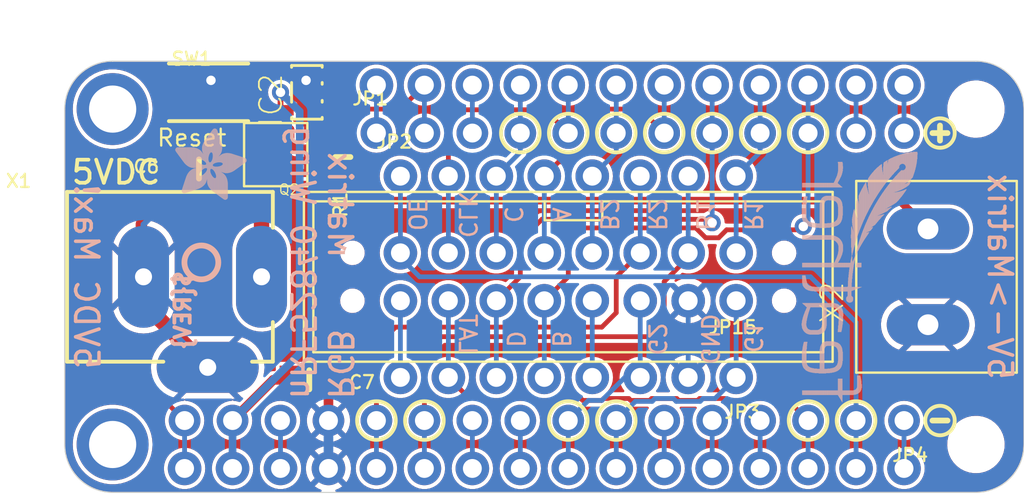
<source format=kicad_pcb>
(kicad_pcb (version 20221018) (generator pcbnew)
  (layers (0 "F.Cu" signal) (31 "B.Cu" signal) (34 "B.Paste" user) (35 "F.Paste" user) (36 "B.SilkS" user "B.Silkscreen") (37 "F.SilkS" user "F.Silkscreen") (38 "B.Mask" user) (39 "F.Mask" user) (44 "Edge.Cuts" user))
  (net 0 "")
  (net 1 "MISO")
  (net 2 "MOSI")
  (net 3 "SCK")
  (net 4 "RESET")
  (net 5 "VBAT")
  (net 6 "USB")
  (net 7 "SCL")
  (net 8 "SDA")
  (net 9 "GND")
  (net 10 "EN")
  (net 11 "G")
  (net 12 "AREF")
  (net 13 "R1")
  (net 14 "B1")
  (net 15 "R2")
  (net 16 "B2")
  (net 17 "ADDR_A")
  (net 18 "ADDR_C")
  (net 19 "LAT")
  (net 20 "G1")
  (net 21 "E'")
  (net 22 "E''")
  (net 23 "+5V")
  (net 24 "ADDR_B")
  (net 25 "CLK")
  (net 26 "OE")
  (net 27 "G2")
  (net 28 "ADDR_D")
  (net 29 "+3V3")
  (net 30 "VIN")
  (net 31 "A2")
  (net 32 "A3")
  (footprint "working:SOT23-5L" (layer "F.Cu") (at 135.9281 95.2246 90)
    (fp_text reference "IC2" (at -1.905 -1.905 90) (layer "F.SilkS") (effects (font (size 1.176528 1.176528) (thickness 0.093472)) (justify left)))
    (fp_text value "AP2112K-3.3")
    (pad "1" smd rect (at -0.95 1.3 90) (size 0.55 1.2) (layers "F.Cu" "F.Paste" "F.Mask") (net 23 "+5V"))
    (pad "2" smd rect (at 0 1.3 90) (size 0.55 1.2) (layers "F.Cu" "F.Paste" "F.Mask") (net 9 "GND"))
    (pad "3" smd rect (at 0.95 1.3 90) (size 0.55 1.2) (layers "F.Cu" "F.Paste" "F.Mask") (net 10 "EN"))
    (pad "4" smd rect (at 0.95 -1.3 90) (size 0.55 1.2) (layers "F.Cu" "F.Paste" "F.Mask"))
    (pad "5" smd rect (at -0.95 -1.3 90) (size 0.55 1.2) (layers "F.Cu" "F.Paste" "F.Mask") (net 29 "+3V3"))
  )
  (footprint "working:FIDUCIAL_1MM" (layer "F.Cu") (at 171.9961 110.0836)
    (fp_text reference "FID1" hide)
    (fp_text value "FIDUCIAL_1MM" hide)
    (pad "1" smd roundrect (at 0 0) (size 1 1) (layers "F.Cu" "F.Mask") (roundrect_rratio 0.5))
  )
  (footprint "" (layer "F.Cu") (at 161.2011 106.2736)
    (fp_text reference "@HOLE3" hide)
    (fp_text value "" (at 0 0) (layer "F.SilkS") (effects (font (size 1.27 1.27))))
    (pad "" np_thru_hole circle (at 0 0) (size 0.8 0.8) (drill 0.8) (layers "*.Cu" "*.Mask"))
  )
  (footprint "" (layer "F.Cu") (at 161.2011 103.7336)
    (fp_text reference "@HOLE2" hide)
    (fp_text value "" (at 0 0) (layer "F.SilkS") (effects (font (size 1.27 1.27))))
    (pad "" np_thru_hole circle (at 0 0) (size 0.8 0.8) (drill 0.8) (layers "*.Cu" "*.Mask"))
  )
  (footprint "working:TERMBLOCK_508_1X2" (layer "F.Cu") (at 168.8211 105.0036 90)
    (fp_text reference "X2" (at -2.54 -5.08 90) (layer "F.SilkS") (effects (font (size 1.176528 1.176528) (thickness 0.093472)) (justify left)))
    (fp_text value "5.08mm" hide)
    (pad "P$3" thru_hole oval (at -2.54 0 180) (size 4.3688 2.1844) (drill 1.1) (layers "*.Cu" "*.Mask") (net 9 "GND"))
    (pad "P$4" thru_hole oval (at 2.54 0 180) (size 4.3688 2.1844) (drill 1.1) (layers "*.Cu" "*.Mask") (net 23 "+5V"))
  )
  (footprint "working:SYMBOL_MINUS" (layer "F.Cu") (at 169.4561 112.6236)
    (fp_text reference "U$6" hide)
    (fp_text value "" hide)
  )
  (footprint "working:1X16_ROUND" (layer "F.Cu") (at 148.5011 112.6236 180)
    (fp_text reference "JP4" (at -20.3962 -1.8288) (layer "F.SilkS") (effects (font (size 0.692831 0.692831) (thickness 0.119969)) (justify right)))
    (fp_text value "")
    (pad "1" thru_hole circle (at -19.05 0 270) (size 1.6764 1.6764) (drill 1) (layers "*.Cu" "*.Mask") (net 11 "G"))
    (pad "2" thru_hole circle (at -16.51 0 270) (size 1.6764 1.6764) (drill 1) (layers "*.Cu" "*.Mask") (net 26 "OE"))
    (pad "3" thru_hole circle (at -13.97 0 270) (size 1.6764 1.6764) (drill 1) (layers "*.Cu" "*.Mask") (net 19 "LAT"))
    (pad "4" thru_hole circle (at -11.43 0 270) (size 1.6764 1.6764) (drill 1) (layers "*.Cu" "*.Mask") (net 1 "MISO"))
    (pad "5" thru_hole circle (at -8.89 0 270) (size 1.6764 1.6764) (drill 1) (layers "*.Cu" "*.Mask") (net 2 "MOSI"))
    (pad "6" thru_hole circle (at -6.35 0 270) (size 1.6764 1.6764) (drill 1) (layers "*.Cu" "*.Mask") (net 3 "SCK"))
    (pad "7" thru_hole circle (at -3.81 0 270) (size 1.6764 1.6764) (drill 1) (layers "*.Cu" "*.Mask") (net 20 "G1"))
    (pad "8" thru_hole circle (at -1.27 0 270) (size 1.6764 1.6764) (drill 1) (layers "*.Cu" "*.Mask") (net 27 "G2"))
    (pad "9" thru_hole circle (at 1.27 0 270) (size 1.6764 1.6764) (drill 1) (layers "*.Cu" "*.Mask") (net 32 "A3"))
    (pad "10" thru_hole circle (at 3.81 0 270) (size 1.6764 1.6764) (drill 1) (layers "*.Cu" "*.Mask") (net 31 "A2"))
    (pad "11" thru_hole circle (at 6.35 0 270) (size 1.6764 1.6764) (drill 1) (layers "*.Cu" "*.Mask") (net 14 "B1"))
    (pad "12" thru_hole circle (at 8.89 0 270) (size 1.6764 1.6764) (drill 1) (layers "*.Cu" "*.Mask") (net 15 "R2"))
    (pad "13" thru_hole circle (at 11.43 0 270) (size 1.6764 1.6764) (drill 1) (layers "*.Cu" "*.Mask") (net 9 "GND"))
    (pad "14" thru_hole circle (at 13.97 0 270) (size 1.6764 1.6764) (drill 1) (layers "*.Cu" "*.Mask") (net 12 "AREF"))
    (pad "15" thru_hole circle (at 16.51 0 270) (size 1.6764 1.6764) (drill 1) (layers "*.Cu" "*.Mask") (net 29 "+3V3"))
    (pad "16" thru_hole circle (at 19.05 0 270) (size 1.6764 1.6764) (drill 1) (layers "*.Cu" "*.Mask") (net 4 "RESET"))
  )
  (footprint "working:DCJACK_2MM_PTH" (layer "F.Cu") (at 119.9261 105.0036)
    (fp_text reference "X1" (at 0 -5.08) (layer "F.SilkS") (effects (font (size 0.692831 0.692831) (thickness 0.119969)) (justify left)))
    (fp_text value "2.1mm")
    (pad "GND" thru_hole oval (at 7.35 0 270) (size 5.4 2.7) (drill 0.9) (layers "*.Cu" "*.Mask") (net 9 "GND"))
    (pad "GNDBREAK" thru_hole oval (at 10.75 4.8) (size 5.4 2.7) (drill 0.9) (layers "*.Cu" "*.Mask") (net 9 "GND"))
    (pad "PWR" thru_hole oval (at 13.6 0 270) (size 5.4 2.7) (drill 0.9) (layers "*.Cu" "*.Mask") (net 30 "VIN"))
  )
  (footprint "" (layer "F.Cu") (at 138.3411 103.7336)
    (fp_text reference "@HOLE0" hide)
    (fp_text value "" (at 0 0) (layer "F.SilkS") (effects (font (size 1.27 1.27))))
    (pad "" np_thru_hole circle (at 0 0) (size 0.8 0.8) (drill 0.8) (layers "*.Cu" "*.Mask"))
  )
  (footprint "working:0805-NO" (layer "F.Cu") (at 136.0551 110.4646)
    (fp_text reference "C7" (at 2.032 0.127) (layer "F.SilkS") (effects (font (size 0.692831 0.692831) (thickness 0.119969)) (justify left)))
    (fp_text value "10uF")
    (pad "1" smd rect (at -0.95 0) (size 1.24 1.5) (layers "F.Cu" "F.Paste" "F.Mask") (net 29 "+3V3"))
    (pad "2" smd rect (at 0.95 0) (size 1.24 1.5) (layers "F.Cu" "F.Paste" "F.Mask") (net 9 "GND"))
  )
  (footprint "working:FEATHERWING" (layer "F.Cu") (at 123.1011 116.4336)
    (fp_text reference "MS1" hide)
    (fp_text value "FEATHERWING" hide)
    (fp_line (start 0 -20.32) (end 0 -2.54) (stroke (width 0.05)) (layer "Edge.Cuts"))
    (fp_line (start 2.54 0) (end 48.26 0) (stroke (width 0.05)) (layer "Edge.Cuts"))
    (fp_line (start 48.26 -22.86) (end 2.54 -22.86) (stroke (width 0.05)) (layer "Edge.Cuts"))
    (fp_line (start 50.8 -2.54) (end 50.8 -20.32) (stroke (width 0.05)) (layer "Edge.Cuts"))
    (fp_arc (start 0 -20.32) (mid 0.743949 -22.116051) (end 2.54 -22.86) (stroke (width 0.05)) (layer "Edge.Cuts"))
    (fp_arc (start 2.54 0) (mid 0.743949 -0.743949) (end 0 -2.54) (stroke (width 0.05)) (layer "Edge.Cuts"))
    (fp_arc (start 48.26 -22.86) (mid 50.056051 -22.116051) (end 50.8 -20.32) (stroke (width 0.05)) (layer "Edge.Cuts"))
    (fp_arc (start 50.8 -2.54) (mid 50.056051 -0.743949) (end 48.26 0) (stroke (width 0.05)) (layer "Edge.Cuts"))
    (pad "" np_thru_hole circle (at 48.26 -20.32) (size 2.54 2.54) (drill 2.54) (layers "*.Cu" "*.Mask"))
    (pad "" np_thru_hole circle (at 48.26 -2.54) (size 2.54 2.54) (drill 2.54) (layers "*.Cu" "*.Mask"))
    (pad "1" thru_hole circle (at 6.35 -1.27) (size 1.778 1.778) (drill 1) (layers "*.Cu" "*.Mask") (net 4 "RESET"))
    (pad "2" thru_hole circle (at 8.89 -1.27) (size 1.778 1.778) (drill 1) (layers "*.Cu" "*.Mask") (net 29 "+3V3"))
    (pad "3" thru_hole circle (at 11.43 -1.27) (size 1.778 1.778) (drill 1) (layers "*.Cu" "*.Mask") (net 12 "AREF"))
    (pad "4" thru_hole circle (at 13.97 -1.27) (size 1.778 1.778) (drill 1) (layers "*.Cu" "*.Mask") (net 9 "GND"))
    (pad "5" thru_hole circle (at 16.51 -1.27) (size 1.778 1.778) (drill 1) (layers "*.Cu" "*.Mask") (net 15 "R2"))
    (pad "6" thru_hole circle (at 19.05 -1.27) (size 1.778 1.778) (drill 1) (layers "*.Cu" "*.Mask") (net 14 "B1"))
    (pad "7" thru_hole circle (at 21.59 -1.27) (size 1.778 1.778) (drill 1) (layers "*.Cu" "*.Mask") (net 31 "A2"))
    (pad "8" thru_hole circle (at 24.13 -1.27) (size 1.778 1.778) (drill 1) (layers "*.Cu" "*.Mask") (net 32 "A3"))
    (pad "9" thru_hole circle (at 26.67 -1.27) (size 1.778 1.778) (drill 1) (layers "*.Cu" "*.Mask") (net 27 "G2"))
    (pad "10" thru_hole circle (at 29.21 -1.27) (size 1.778 1.778) (drill 1) (layers "*.Cu" "*.Mask") (net 20 "G1"))
    (pad "11" thru_hole circle (at 31.75 -1.27) (size 1.778 1.778) (drill 1) (layers "*.Cu" "*.Mask") (net 3 "SCK"))
    (pad "12" thru_hole circle (at 34.29 -1.27) (size 1.778 1.778) (drill 1) (layers "*.Cu" "*.Mask") (net 2 "MOSI"))
    (pad "13" thru_hole circle (at 36.83 -1.27) (size 1.778 1.778) (drill 1) (layers "*.Cu" "*.Mask") (net 1 "MISO"))
    (pad "14" thru_hole circle (at 39.37 -1.27) (size 1.778 1.778) (drill 1) (layers "*.Cu" "*.Mask") (net 19 "LAT"))
    (pad "15" thru_hole circle (at 41.91 -1.27) (size 1.778 1.778) (drill 1) (layers "*.Cu" "*.Mask") (net 26 "OE"))
    (pad "16" thru_hole circle (at 44.45 -1.27) (size 1.778 1.778) (drill 1) (layers "*.Cu" "*.Mask") (net 11 "G"))
    (pad "17" thru_hole circle (at 44.45 -21.59) (size 1.778 1.778) (drill 1) (layers "*.Cu" "*.Mask") (net 8 "SDA"))
    (pad "18" thru_hole circle (at 41.91 -21.59) (size 1.778 1.778) (drill 1) (layers "*.Cu" "*.Mask") (net 7 "SCL"))
    (pad "19" thru_hole circle (at 39.37 -21.59) (size 1.778 1.778) (drill 1) (layers "*.Cu" "*.Mask") (net 24 "ADDR_B"))
    (pad "20" thru_hole circle (at 36.83 -21.59) (size 1.778 1.778) (drill 1) (layers "*.Cu" "*.Mask") (net 13 "R1"))
    (pad "21" thru_hole circle (at 34.29 -21.59) (size 1.778 1.778) (drill 1) (layers "*.Cu" "*.Mask") (net 28 "ADDR_D"))
    (pad "22" thru_hole circle (at 31.75 -21.59) (size 1.778 1.778) (drill 1) (layers "*.Cu" "*.Mask") (net 17 "ADDR_A"))
    (pad "23" thru_hole circle (at 29.21 -21.59) (size 1.778 1.778) (drill 1) (layers "*.Cu" "*.Mask") (net 16 "B2"))
    (pad "24" thru_hole circle (at 26.67 -21.59) (size 1.778 1.778) (drill 1) (layers "*.Cu" "*.Mask") (net 25 "CLK"))
    (pad "25" thru_hole circle (at 24.13 -21.59) (size 1.778 1.778) (drill 1) (layers "*.Cu" "*.Mask") (net 18 "ADDR_C"))
    (pad "26" thru_hole circle (at 21.59 -21.59) (size 1.778 1.778) (drill 1) (layers "*.Cu" "*.Mask") (net 6 "USB"))
    (pad "27" thru_hole circle (at 19.05 -21.59) (size 1.778 1.778) (drill 1) (layers "*.Cu" "*.Mask") (net 10 "EN"))
    (pad "28" thru_hole circle (at 16.51 -21.59) (size 1.778 1.778) (drill 1) (layers "*.Cu" "*.Mask") (net 5 "VBAT"))
    (pad "P$1" thru_hole circle (at 2.54 -20.32) (size 3.81 3.81) (drill 2.5) (layers "*.Cu" "*.Mask"))
    (pad "P$2" thru_hole circle (at 2.54 -2.54) (size 3.81 3.81) (drill 2.5) (layers "*.Cu" "*.Mask"))
  )
  (footprint "working:0603-NO" (layer "F.Cu") (at 137.8331 98.6536 -90)
    (fp_text reference "R1" (at 1.778 0.127 90) (layer "F.SilkS") (effects (font (size 0.692831 0.692831) (thickness 0.119969)) (justify right)))
    (fp_text value "10K")
    (pad "1" smd rect (at -0.85 0 270) (size 1.075 1) (layers "F.Cu" "F.Paste" "F.Mask") (net 10 "EN"))
    (pad "2" smd rect (at 0.85 0 270) (size 1.075 1) (layers "F.Cu" "F.Paste" "F.Mask") (net 23 "+5V"))
  )
  (footprint "working:2X08_SHROUDED" (layer "F.Cu") (at 149.7711 105.0036 180)
    (fp_text reference "JP15" (at -10.06 -2.675) (layer "F.SilkS") (effects (font (size 0.692831 0.692831) (thickness 0.119969)) (justify right)))
    (fp_text value "Shrouded 2x8")
    (pad "1" thru_hole circle (at -8.89 1.27 180) (size 1.778 1.778) (drill 1) (layers "*.Cu" "*.Mask") (net 13 "R1"))
    (pad "2" thru_hole circle (at -8.89 -1.27 180) (size 1.778 1.778) (drill 1) (layers "*.Cu" "*.Mask") (net 20 "G1"))
    (pad "3" thru_hole circle (at -6.35 1.27 180) (size 1.778 1.778) (drill 1) (layers "*.Cu" "*.Mask") (net 14 "B1"))
    (pad "4" thru_hole circle (at -6.35 -1.27 180) (size 1.778 1.778) (drill 1) (layers "*.Cu" "*.Mask") (net 9 "GND"))
    (pad "5" thru_hole circle (at -3.81 1.27 180) (size 1.778 1.778) (drill 1) (layers "*.Cu" "*.Mask") (net 15 "R2"))
    (pad "6" thru_hole circle (at -3.81 -1.27 180) (size 1.778 1.778) (drill 1) (layers "*.Cu" "*.Mask") (net 27 "G2"))
    (pad "7" thru_hole circle (at -1.27 1.27 180) (size 1.778 1.778) (drill 1) (layers "*.Cu" "*.Mask") (net 16 "B2"))
    (pad "8" thru_hole circle (at -1.27 -1.27 180) (size 1.778 1.778) (drill 1) (layers "*.Cu" "*.Mask") (net 21 "E'"))
    (pad "9" thru_hole circle (at 1.27 1.27 180) (size 1.778 1.778) (drill 1) (layers "*.Cu" "*.Mask") (net 17 "ADDR_A"))
    (pad "10" thru_hole circle (at 1.27 -1.27 180) (size 1.778 1.778) (drill 1) (layers "*.Cu" "*.Mask") (net 24 "ADDR_B"))
    (pad "11" thru_hole circle (at 3.81 1.27 180) (size 1.778 1.778) (drill 1) (layers "*.Cu" "*.Mask") (net 18 "ADDR_C"))
    (pad "12" thru_hole circle (at 3.81 -1.27 180) (size 1.778 1.778) (drill 1) (layers "*.Cu" "*.Mask") (net 28 "ADDR_D"))
    (pad "13" thru_hole circle (at 6.35 1.27 180) (size 1.778 1.778) (drill 1) (layers "*.Cu" "*.Mask") (net 25 "CLK"))
    (pad "14" thru_hole circle (at 6.35 -1.27 180) (size 1.778 1.778) (drill 1) (layers "*.Cu" "*.Mask") (net 19 "LAT"))
    (pad "15" thru_hole circle (at 8.89 1.27 180) (size 1.778 1.778) (drill 1) (layers "*.Cu" "*.Mask") (net 26 "OE"))
    (pad "16" thru_hole circle (at 8.89 -1.27 180) (size 1.778 1.778) (drill 1) (layers "*.Cu" "*.Mask") (net 22 "E''"))
  )
  (footprint "working:1X08_ROUND_70" (layer "F.Cu") (at 149.7711 110.3376 180)
    (fp_text reference "JP3" (at -10.2362 -1.8288) (layer "F.SilkS") (effects (font (size 0.692831 0.692831) (thickness 0.119969)) (justify right)))
    (fp_text value "")
    (pad "1" thru_hole circle (at -8.89 0 270) (size 1.778 1.778) (drill 1) (layers "*.Cu" "*.Mask") (net 20 "G1"))
    (pad "2" thru_hole circle (at -6.35 0 270) (size 1.778 1.778) (drill 1) (layers "*.Cu" "*.Mask") (net 9 "GND"))
    (pad "3" thru_hole circle (at -3.81 0 270) (size 1.778 1.778) (drill 1) (layers "*.Cu" "*.Mask") (net 27 "G2"))
    (pad "4" thru_hole circle (at -1.27 0 270) (size 1.778 1.778) (drill 1) (layers "*.Cu" "*.Mask") (net 21 "E'"))
    (pad "5" thru_hole circle (at 1.27 0 270) (size 1.778 1.778) (drill 1) (layers "*.Cu" "*.Mask") (net 24 "ADDR_B"))
    (pad "6" thru_hole circle (at 3.81 0 270) (size 1.778 1.778) (drill 1) (layers "*.Cu" "*.Mask") (net 28 "ADDR_D"))
    (pad "7" thru_hole circle (at 6.35 0 270) (size 1.778 1.778) (drill 1) (layers "*.Cu" "*.Mask") (net 19 "LAT"))
    (pad "8" thru_hole circle (at 8.89 0 270) (size 1.778 1.778) (drill 1) (layers "*.Cu" "*.Mask") (net 22 "E''"))
  )
  (footprint "working:BTN_KMR2_4.6X2.8" (layer "F.Cu") (at 130.7211 95.2246)
    (fp_text reference "SW1" (at -2.032 -1.778) (layer "F.SilkS") (effects (font (size 0.692831 0.692831) (thickness 0.119969)) (justify left)))
    (fp_text value "KMR2")
    (pad "A" smd rect (at 2.05 -0.8) (size 0.9 0.9) (layers "F.Cu" "F.Paste" "F.Mask") (net 9 "GND"))
    (pad "A'" smd rect (at -2.05 -0.8) (size 0.9 0.9) (layers "F.Cu" "F.Paste" "F.Mask") (net 9 "GND"))
    (pad "B" smd rect (at 2.05 0.8) (size 0.9 0.9) (layers "F.Cu" "F.Paste" "F.Mask") (net 4 "RESET"))
    (pad "B'" smd rect (at -2.05 0.8) (size 0.9 0.9) (layers "F.Cu" "F.Paste" "F.Mask") (net 4 "RESET"))
  )
  (footprint "working:SYMBOL_PLUS" (layer "F.Cu") (at 169.4561 97.3836)
    (fp_text reference "U$1" hide)
    (fp_text value "" hide)
  )
  (footprint "working:FIDUCIAL_1MM" (layer "F.Cu") (at 124.6251 110.7186)
    (fp_text reference "FID3" hide)
    (fp_text value "FIDUCIAL_1MM" hide)
    (pad "1" smd roundrect (at 0 0) (size 1 1) (layers "F.Cu" "F.Mask") (roundrect_rratio 0.5))
  )
  (footprint "working:POWERDI3333" (layer "F.Cu") (at 134.2771 98.5266 180)
    (fp_text reference "Q2" (at -1.3 -1.85) (layer "F.SilkS") (effects (font (size 0.545226 0.545226) (thickness 0.064374)) (justify right)))
    (fp_text value "AON7401")
    (pad "1" smd rect (at -1.7 -0.975 180) (size 0.7 0.42) (layers "F.Cu" "F.Paste" "F.Mask") (net 23 "+5V"))
    (pad "2" smd rect (at -1.7 -0.325 180) (size 0.7 0.42) (layers "F.Cu" "F.Paste" "F.Mask") (net 23 "+5V"))
    (pad "3" smd rect (at -1.7 0.325 180) (size 0.7 0.42) (layers "F.Cu" "F.Paste" "F.Mask") (net 23 "+5V"))
    (pad "4" smd rect (at -1.7 0.975 180) (size 0.7 0.42) (layers "F.Cu" "F.Paste" "F.Mask") (net 9 "GND"))
    (pad "5678" smd rect (at 0.75 0 90) (size 2.35 2.25) (layers "F.Cu" "F.Paste" "F.Mask") (net 30 "VIN"))
  )
  (footprint "working:0805-NO" (layer "F.Cu") (at 130.2131 99.2886 180)
    (fp_text reference "C6" (at 2.032 0.127) (layer "F.SilkS") (effects (font (size 0.692831 0.692831) (thickness 0.119969)) (justify right)))
    (fp_text value "10uF")
    (pad "1" smd rect (at -0.95 0 180) (size 1.24 1.5) (layers "F.Cu" "F.Paste" "F.Mask") (net 23 "+5V"))
    (pad "2" smd rect (at 0.95 0 180) (size 1.24 1.5) (layers "F.Cu" "F.Paste" "F.Mask") (net 9 "GND"))
  )
  (footprint "" (layer "F.Cu") (at 138.3411 106.2736)
    (fp_text reference "@HOLE1" hide)
    (fp_text value "" (at 0 0) (layer "F.SilkS") (effects (font (size 1.27 1.27))))
    (pad "" np_thru_hole circle (at 0 0) (size 0.8 0.8) (drill 0.8) (layers "*.Cu" "*.Mask"))
  )
  (footprint "working:1X12_ROUND" (layer "F.Cu") (at 153.5811 97.3836)
    (fp_text reference "JP1" (at -15.3162 -1.8288) (layer "F.SilkS") (effects (font (size 0.692831 0.692831) (thickness 0.119969)) (justify left)))
    (fp_text value "")
    (pad "1" thru_hole circle (at -13.97 0 90) (size 1.6764 1.6764) (drill 1) (layers "*.Cu" "*.Mask") (net 5 "VBAT"))
    (pad "2" thru_hole circle (at -11.43 0 90) (size 1.6764 1.6764) (drill 1) (layers "*.Cu" "*.Mask") (net 10 "EN"))
    (pad "3" thru_hole circle (at -8.89 0 90) (size 1.6764 1.6764) (drill 1) (layers "*.Cu" "*.Mask") (net 6 "USB"))
    (pad "4" thru_hole circle (at -6.35 0 90) (size 1.6764 1.6764) (drill 1) (layers "*.Cu" "*.Mask") (net 18 "ADDR_C"))
    (pad "5" thru_hole circle (at -3.81 0 90) (size 1.6764 1.6764) (drill 1) (layers "*.Cu" "*.Mask") (net 25 "CLK"))
    (pad "6" thru_hole circle (at -1.27 0 90) (size 1.6764 1.6764) (drill 1) (layers "*.Cu" "*.Mask") (net 16 "B2"))
    (pad "7" thru_hole circle (at 1.27 0 90) (size 1.6764 1.6764) (drill 1) (layers "*.Cu" "*.Mask") (net 17 "ADDR_A"))
    (pad "8" thru_hole circle (at 3.81 0 90) (size 1.6764 1.6764) (drill 1) (layers "*.Cu" "*.Mask") (net 28 "ADDR_D"))
    (pad "9" thru_hole circle (at 6.35 0 90) (size 1.6764 1.6764) (drill 1) (layers "*.Cu" "*.Mask") (net 13 "R1"))
    (pad "10" thru_hole circle (at 8.89 0 90) (size 1.6764 1.6764) (drill 1) (layers "*.Cu" "*.Mask") (net 24 "ADDR_B"))
    (pad "11" thru_hole circle (at 11.43 0 90) (size 1.6764 1.6764) (drill 1) (layers "*.Cu" "*.Mask") (net 7 "SCL"))
    (pad "12" thru_hole circle (at 13.97 0 90) (size 1.6764 1.6764) (drill 1) (layers "*.Cu" "*.Mask") (net 8 "SDA"))
  )
  (footprint "working:1X08_ROUND_70" (layer "F.Cu") (at 149.7711 99.6696)
    (fp_text reference "JP2" (at -10.2362 -1.8288) (layer "F.SilkS") (effects (font (size 0.692831 0.692831) (thickness 0.119969)) (justify left)))
    (fp_text value "")
    (pad "1" thru_hole circle (at -8.89 0 90) (size 1.778 1.778) (drill 1) (layers "*.Cu" "*.Mask") (net 26 "OE"))
    (pad "2" thru_hole circle (at -6.35 0 90) (size 1.778 1.778) (drill 1) (layers "*.Cu" "*.Mask") (net 25 "CLK"))
    (pad "3" thru_hole circle (at -3.81 0 90) (size 1.778 1.778) (drill 1) (layers "*.Cu" "*.Mask") (net 18 "ADDR_C"))
    (pad "4" thru_hole circle (at -1.27 0 90) (size 1.778 1.778) (drill 1) (layers "*.Cu" "*.Mask") (net 17 "ADDR_A"))
    (pad "5" thru_hole circle (at 1.27 0 90) (size 1.778 1.778) (drill 1) (layers "*.Cu" "*.Mask") (net 16 "B2"))
    (pad "6" thru_hole circle (at 3.81 0 90) (size 1.778 1.778) (drill 1) (layers "*.Cu" "*.Mask") (net 15 "R2"))
    (pad "7" thru_hole circle (at 6.35 0 90) (size 1.778 1.778) (drill 1) (layers "*.Cu" "*.Mask") (net 14 "B1"))
    (pad "8" thru_hole circle (at 8.89 0 90) (size 1.778 1.778) (drill 1) (layers "*.Cu" "*.Mask") (net 13 "R1"))
  )
  (footprint "working:FEATHERLOGO_SMALL" (layer "B.Cu") (at 162.0901 111.7346 90)
    (fp_text reference "U$3" hide)
    (fp_text value "" hide)
  )
  (footprint "working:PCBFEAT-REV-040" (layer "B.Cu") (at 130.3401 104.2416 90)
    (fp_text reference "U$2" hide)
    (fp_text value "" hide)
    (fp_text user "${REV}" (at -0.3556 -0.508 270) (layer "B.SilkS") (effects (font (size 0.8128 0.8128) (thickness 0.2032)) (justify left bottom mirror)))
  )
  (footprint "working:ADAFRUIT_3.5MM" (layer "B.Cu") (at 128.9431 100.9396 90)
    (fp_text reference "U$7" hide)
    (fp_text value "" hide)
  )
  (gr_circle (center 147.2311 97.3836) (end 148.255006 97.3836) (stroke (width 0.2032)) (fill none) (layer "F.SilkS"))
  (gr_circle (center 149.7711 97.3836) (end 150.795006 97.3836) (stroke (width 0.2032)) (fill none) (layer "F.SilkS"))
  (gr_circle (center 154.8511 97.3836) (end 155.875006 97.3836) (stroke (width 0.2032)) (fill none) (layer "F.SilkS"))
  (gr_circle (center 162.4711 97.3836) (end 163.495006 97.3836) (stroke (width 0.2032)) (fill none) (layer "F.SilkS"))
  (gr_circle (center 152.3111 97.3836) (end 153.335006 97.3836) (stroke (width 0.2032)) (fill none) (layer "F.SilkS"))
  (gr_circle (center 157.3911 97.3836) (end 158.415006 97.3836) (stroke (width 0.2032)) (fill none) (layer "F.SilkS"))
  (gr_circle (center 139.6111 112.6236) (end 140.635006 112.6236) (stroke (width 0.2032)) (fill none) (layer "F.SilkS"))
  (gr_circle (center 162.4711 112.6236) (end 163.495006 112.6236) (stroke (width 0.2032)) (fill none) (layer "F.SilkS"))
  (gr_circle (center 149.7711 112.6236) (end 150.795006 112.6236) (stroke (width 0.2032)) (fill none) (layer "F.SilkS"))
  (gr_circle (center 159.9311 97.3836) (end 160.955006 97.3836) (stroke (width 0.2032)) (fill none) (layer "F.SilkS"))
  (gr_circle (center 152.3111 112.6236) (end 153.335006 112.6236) (stroke (width 0.2032)) (fill none) (layer "F.SilkS"))
  (gr_circle (center 165.0111 112.6236) (end 166.035006 112.6236) (stroke (width 0.2032)) (fill none) (layer "F.SilkS"))
  (gr_circle (center 142.1511 112.6236) (end 143.175006 112.6236) (stroke (width 0.2032)) (fill none) (layer "F.SilkS"))
  (gr_line (start 123.1011 113.8936) (end 123.1011 96.1136) (stroke (width 0.05)) (layer "Edge.Cuts"))
  (gr_line (start 171.3611 116.4336) (end 125.6411 116.4336) (stroke (width 0.05)) (layer "Edge.Cuts"))
  (gr_line (start 173.9011 96.1136) (end 173.9011 113.8936) (stroke (width 0.05)) (layer "Edge.Cuts"))
  (gr_arc (start 171.3611 93.5736) (mid 173.157151 94.317549) (end 173.9011 96.1136) (stroke (width 0.05)) (layer "Edge.Cuts"))
  (gr_arc (start 125.6411 116.4336) (mid 123.845049 115.689651) (end 123.1011 113.8936) (stroke (width 0.05)) (layer "Edge.Cuts"))
  (gr_arc (start 123.1011 96.1136) (mid 123.845049 94.317549) (end 125.6411 93.5736) (stroke (width 0.05)) (layer "Edge.Cuts"))
  (gr_line (start 125.6411 93.5736) (end 171.3611 93.5736) (stroke (width 0.05)) (layer "Edge.Cuts"))
  (gr_arc (start 173.9011 113.8936) (mid 173.157151 115.689651) (end 171.3611 116.4336) (stroke (width 0.05)) (layer "Edge.Cuts"))
  (gr_text "D" (at 146.9771 108.3056 -90) (layer "B.SilkS") (effects (font (size 0.88392 0.88392) (thickness 0.13208)) (justify mirror)))
  (gr_text "R2" (at 154.4701 101.7016 -90) (layer "B.SilkS") (effects (font (size 0.88392 0.88392) (thickness 0.13208)) (justify mirror)))
  (gr_text "C" (at 146.8501 101.7016 -90) (layer "B.SilkS") (effects (font (size 0.88392 0.88392) (thickness 0.13208)) (justify mirror)))
  (gr_text "5V->Matrix" (at 172.6311 105.0036 -90) (layer "B.SilkS") (effects (font (size 1.237488 1.237488) (thickness 0.184912)) (justify mirror)))
  (gr_text "B1" (at 157.0101 101.7016 -90) (layer "B.SilkS") (effects (font (size 0.88392 0.88392) (thickness 0.13208)) (justify mirror)))
  (gr_text "GND" (at 157.2641 108.3056 -90) (layer "B.SilkS") (effects (font (size 0.88392 0.88392) (thickness 0.13208)) (justify mirror)))
  (gr_text "CLK" (at 144.4371 101.7016 -90) (layer "B.SilkS") (effects (font (size 0.88392 0.88392) (thickness 0.13208)) (justify mirror)))
  (gr_text "LAT" (at 144.4371 108.0516 -90) (layer "B.SilkS") (effects (font (size 0.88392 0.88392) (thickness 0.13208)) (justify mirror)))
  (gr_text "A" (at 149.3901 101.7016 -90) (layer "B.SilkS") (effects (font (size 0.88392 0.88392) (thickness 0.13208)) (justify mirror)))
  (gr_text "R1" (at 159.5501 101.7016 -90) (layer "B.SilkS") (effects (font (size 0.88392 0.88392) (thickness 0.13208)) (justify mirror)))
  (gr_text "G2" (at 154.4701 108.3056 -90) (layer "B.SilkS") (effects (font (size 0.88392 0.88392) (thickness 0.13208)) (justify mirror)))
  (gr_text "G1" (at 159.5501 108.1786 -90) (layer "B.SilkS") (effects (font (size 0.88392 0.88392) (thickness 0.13208)) (justify mirror)))
  (gr_text "B2" (at 151.9301 101.7016 -90) (layer "B.SilkS") (effects (font (size 0.88392 0.88392) (thickness 0.13208)) (justify mirror)))
  (gr_text "B" (at 149.3901 108.3056 -90) (layer "B.SilkS") (effects (font (size 0.88392 0.88392) (thickness 0.13208)) (justify mirror)))
  (gr_text "5VDC Max!" (at 124.2441 105.0036 -90) (layer "B.SilkS") (effects (font (size 1.237488 1.237488) (thickness 0.184912)) (justify mirror)))
  (gr_text "RGB    Matrix\nnRF52840 Wing" (at 136.6901 111.6076 -90) (layer "B.SilkS") (effects (font (size 1.237488 1.237488) (thickness 0.184912)) (justify left mirror)))
  (gr_text "OE" (at 141.7701 101.7016 -90) (layer "B.SilkS") (effects (font (size 0.88392 0.88392) (thickness 0.13208)) (justify mirror)))
  (gr_text "Reset" (at 129.8321 97.6376) (layer "F.SilkS") (effects (font (size 0.89408 0.89408) (thickness 0.12192))))
  (gr_text "5VDC" (at 123.3551 100.1776) (layer "F.SilkS") (effects (font (size 1.223264 1.223264) (thickness 0.199136)) (justify left bottom)))
  (segment (start 159.9311 112.6236) (end 159.9311 115.1636) (width 0.254) (layer "B.Cu") (net 1))
  (segment (start 157.3911 112.6236) (end 157.3911 115.1636) (width 0.254) (layer "B.Cu") (net 2))
  (segment (start 154.8511 112.6236) (end 154.8511 115.1636) (width 0.254) (layer "B.Cu") (net 3))
  (segment (start 125.0061 108.1786) (end 125.0061 100.8126) (width 0.254) (layer "F.Cu") (net 4))
  (segment (start 128.6711 97.1476) (end 128.6711 96.0246) (width 0.3048) (layer "F.Cu") (net 4))
  (segment (start 128.6711 96.0246) (end 132.7711 96.0246) (width 0.254) (layer "F.Cu") (net 4))
  (segment (start 129.4511 112.6236) (end 125.0061 108.1786) (width 0.254) (layer "F.Cu") (net 4))
  (segment (start 125.0061 100.8126) (end 128.6711 97.1476) (width 0.3048) (layer "F.Cu") (net 4))
  (segment (start 129.4511 115.1636) (end 129.4511 112.6236) (width 0.254) (layer "B.Cu") (net 4))
  (segment (start 139.6111 94.8436) (end 139.6111 97.3836) (width 0.254) (layer "B.Cu") (net 5))
  (segment (start 144.6911 97.3836) (end 144.6911 94.8436) (width 0.254) (layer "B.Cu") (net 6))
  (segment (start 165.0111 97.3836) (end 165.0111 94.8436) (width 0.254) (layer "B.Cu") (net 7))
  (segment (start 167.5511 94.8436) (end 167.5511 97.3836) (width 0.254) (layer "B.Cu") (net 8))
  (segment (start 129.2631 99.2886) (end 129.2631 100.1116) (width 0.4064) (layer "F.Cu") (net 9))
  (segment (start 136.3091 95.2246) (end 135.9281 95.6056) (width 0.3048) (layer "F.Cu") (net 9))
  (segment (start 135.9281 97.3836) (end 135.9281 95.6056) (width 0.3048) (layer "F.Cu") (net 9))
  (segment (start 137.0711 110.5306) (end 137.0711 110.5916) (width 0.254) (layer "F.Cu") (net 9))
  (segment (start 137.0711 110.5916) (end 137.0711 112.6236) (width 0.508) (layer "F.Cu") (net 9))
  (segment (start 135.9771 97.5516) (end 135.9771 97.4326) (width 0.3048) (layer "F.Cu") (net 9))
  (segment (start 127.1651 102.2096) (end 129.2631 100.1116) (width 0.4064) (layer "F.Cu") (net 9))
  (segment (start 130.6761 109.8036) (end 127.2761 106.4036) (width 0.8128) (layer "F.Cu") (net 9))
  (segment (start 136.3091 95.2246) (end 135.8845 94.8) (width 0.4064) (layer "F.Cu") (net 9))
  (segment (start 135.9771 97.4326) (end 135.9281 97.3836) (width 0.3048) (layer "F.Cu") (net 9))
  (segment (start 127.2761 106.4036) (end 127.2761 105.7686) (width 0.8128) (layer "F.Cu") (net 9))
  (segment (start 127.2761 105.0036) (end 127.1651 104.8926) (width 0.6096) (layer "F.Cu") (net 9))
  (segment (start 130.8481 94.4246) (end 130.8481 94.5896) (width 0.3048) (layer "F.Cu") (net 9))
  (segment (start 127.2761 105.7686) (end 127.2761 105.0036) (width 0.6096) (layer "F.Cu") (net 9))
  (segment (start 132.9691 94.4246) (end 132.7711 94.4246) (width 0.3048) (layer "F.Cu") (net 9))
  (segment (start 135.8845 94.8) (end 135.8845 94.5896) (width 0.4064) (layer "F.Cu") (net 9))
  (segment (start 132.7711 94.4246) (end 130.8481 94.4246) (width 0.254) (layer "F.Cu") (net 9))
  (segment (start 127.1651 104.8926) (end 127.1651 102.2096) (width 0.6096) (layer "F.Cu") (net 9))
  (segment (start 128.6711 94.4246) (end 130.8481 94.4246) (width 0.254) (layer "F.Cu") (net 9))
  (segment (start 137.0051 110.4646) (end 137.0711 110.5306) (width 0.254) (layer "F.Cu") (net 9))
  (segment (start 137.2281 95.2246) (end 136.3091 95.2246) (width 0.3048) (layer "F.Cu") (net 9))
  (via (at 130.8481 94.5896) (size 0.9064) (drill 0.5) (layers "F.Cu" "B.Cu") (net 9))
  (via (at 135.8845 94.5896) (size 0.9064) (drill 0.5) (layers "F.Cu" "B.Cu") (net 9))
  (segment (start 156.1211 110.3376) (end 156.1211 106.2736) (width 0.254) (layer "B.Cu") (net 9))
  (segment (start 137.0711 115.1636) (end 137.0711 112.6236) (width 0.508) (layer "B.Cu") (net 9))
  (segment (start 127.2761 102.228138) (end 130.8481 98.656138) (width 0.3048) (layer "B.Cu") (net 9))
  (segment (start 135.5035 94.2086) (end 131.2291 94.2086) (width 0.4064) (layer "B.Cu") (net 9))
  (segment (start 130.8481 98.656138) (end 130.8481 94.5896) (width 0.3048) (layer "B.Cu") (net 9))
  (segment (start 127.2761 105.0036) (end 127.2761 102.228138) (width 0.3048) (layer "B.Cu") (net 9))
  (segment (start 131.2291 94.2086) (end 130.8481 94.5896) (width 0.4064) (layer "B.Cu") (net 9))
  (segment (start 135.8845 94.5896) (end 135.5035 94.2086) (width 0.4064) (layer "B.Cu") (net 9))
  (segment (start 138.1531 94.2746) (end 137.2281 94.2746) (width 0.254) (layer "F.Cu") (net 10))
  (segment (start 137.8331 97.2566) (end 137.8331 97.8036) (width 0.254) (layer "F.Cu") (net 10))
  (segment (start 138.9761 96.1136) (end 138.3411 95.4786) (width 0.254) (layer "F.Cu") (net 10))
  (segment (start 138.3411 94.4626) (end 138.1531 94.2746) (width 0.254) (layer "F.Cu") (net 10))
  (segment (start 138.9761 96.1136) (end 137.8331 97.2566) (width 0.254) (layer "F.Cu") (net 10))
  (segment (start 140.8811 96.1136) (end 138.9761 96.1136) (width 0.254) (layer "F.Cu") (net 10))
  (segment (start 142.1511 94.8436) (end 140.8811 96.1136) (width 0.254) (layer "F.Cu") (net 10))
  (segment (start 138.3411 95.4786) (end 138.3411 94.4626) (width 0.254) (layer "F.Cu") (net 10))
  (segment (start 142.1511 97.3836) (end 142.1511 94.8436) (width 0.254) (layer "B.Cu") (net 10))
  (segment (start 167.5511 112.6236) (end 167.5511 115.1636) (width 0.254) (layer "B.Cu") (net 11))
  (segment (start 134.5311 112.6236) (end 134.5311 115.1636) (width 0.254) (layer "B.Cu") (net 12))
  (segment (start 158.6611 103.7336) (end 158.6611 99.6696) (width 0.254) (layer "B.Cu") (net 13))
  (segment (start 159.9311 97.3836) (end 159.9311 98.3996) (width 0.254) (layer "B.Cu") (net 13))
  (segment (start 159.9311 98.3996) (end 158.6611 99.6696) (width 0.254) (layer "B.Cu") (net 13))
  (segment (start 159.9311 97.3836) (end 159.9311 94.8436) (width 0.254) (layer "B.Cu") (net 13))
  (segment (start 142.1511 109.0676) (end 143.0401 108.1786) (width 0.254) (layer "F.Cu") (net 14))
  (segment (start 143.0401 108.1786) (end 154.3431 108.1786) (width 0.254) (layer "F.Cu") (net 14))
  (segment (start 142.1511 112.6236) (end 142.1511 109.0676) (width 0.254) (layer "F.Cu") (net 14))
  (segment (start 154.3431 108.1786) (end 154.8511 107.6706) (width 0.254) (layer "F.Cu") (net 14))
  (segment (start 156.1211 103.9876) (end 156.1211 103.7336) (width 0.254) (layer "F.Cu") (net 14))
  (segment (start 154.8511 105.2576) (end 156.1211 103.9876) (width 0.254) (layer "F.Cu") (net 14))
  (segment (start 154.8511 107.6706) (end 154.8511 105.2576) (width 0.254) (layer "F.Cu") (net 14))
  (segment (start 142.1511 112.6236) (end 142.1511 115.1636) (width 0.254) (layer "B.Cu") (net 14))
  (segment (start 156.1211 103.7336) (end 156.1211 99.6696) (width 0.254) (layer "B.Cu") (net 14))
  (segment (start 152.3111 105.0036) (end 152.3111 106.9086) (width 0.254) (layer "F.Cu") (net 15))
  (segment (start 151.5491 107.6706) (end 140.6271 107.6706) (width 0.254) (layer "F.Cu") (net 15))
  (segment (start 153.5811 103.7336) (end 152.3111 105.0036) (width 0.254) (layer "F.Cu") (net 15))
  (segment (start 140.6271 107.6706) (end 139.6111 108.6866) (width 0.254) (layer "F.Cu") (net 15))
  (segment (start 139.6111 108.6866) (end 139.6111 112.6236) (width 0.254) (layer "F.Cu") (net 15))
  (segment (start 152.3111 106.9086) (end 151.5491 107.6706) (width 0.254) (layer "F.Cu") (net 15))
  (segment (start 139.6111 112.6236) (end 139.6111 115.1636) (width 0.254) (layer "B.Cu") (net 15))
  (segment (start 153.5811 103.7336) (end 153.5811 99.6696) (width 0.254) (layer "B.Cu") (net 15))
  (segment (start 152.3111 97.3836) (end 152.3111 98.3996) (width 0.254) (layer "B.Cu") (net 16))
  (segment (start 151.0411 103.7336) (end 151.0411 99.6696) (width 0.254) (layer "B.Cu") (net 16))
  (segment (start 152.3111 98.3996) (end 151.0411 99.6696) (width 0.254) (layer "B.Cu") (net 16))
  (segment (start 152.3111 94.8436) (end 152.3111 97.3836) (width 0.254) (layer "B.Cu") (net 16))
  (segment (start 149.2631 98.9076) (end 150.0251 98.9076) (width 0.254) (layer "F.Cu") (net 17))
  (segment (start 148.5011 99.6696) (end 149.2631 98.9076) (width 0.254) (layer "F.Cu") (net 17))
  (segment (start 153.5811 96.1136) (end 154.8511 97.3836) (width 0.254) (layer "F.Cu") (net 17))
  (segment (start 151.0411 96.3676) (end 151.2951 96.1136) (width 0.254) (layer "F.Cu") (net 17))
  (segment (start 151.2951 96.1136) (end 153.5811 96.1136) (width 0.254) (layer "F.Cu") (net 17))
  (segment (start 150.0251 98.9076) (end 151.0411 97.8916) (width 0.254) (layer "F.Cu") (net 17))
  (segment (start 151.0411 97.8916) (end 151.0411 96.3676) (width 0.254) (layer "F.Cu") (net 17))
  (segment (start 148.5011 103.7336) (end 148.5011 99.6696) (width 0.254) (layer "B.Cu") (net 17))
  (segment (start 154.8511 97.3836) (end 154.8511 94.8436) (width 0.254) (layer "B.Cu") (net 17))
  (segment (start 147.2311 98.3996) (end 145.9611 99.6696) (width 0.254) (layer "B.Cu") (net 18))
  (segment (start 145.9611 103.7336) (end 145.9611 99.6696) (width 0.254) (layer "B.Cu") (net 18))
  (segment (start 147.2311 94.8436) (end 147.2311 97.3836) (width 0.254) (layer "B.Cu") (net 18))
  (segment (start 147.2311 97.3836) (end 147.2311 98.3996) (width 0.254) (layer "B.Cu") (net 18))
  (segment (start 156.626112 111.5568) (end 156.727712 111.4552) (width 0.254) (layer "F.Cu") (net 19))
  (segment (start 145.456087 111.5568) (end 146.466112 111.5568) (width 0.254) (layer "F.Cu") (net 19))
  (segment (start 144.4371 111.3536) (end 145.252887 111.3536) (width 0.254) (layer "F.Cu") (net 19))
  (segment (start 158.054487 111.4552) (end 158.156087 111.5568) (width 0.254) (layer "F.Cu") (net 19))
  (segment (start 150.536087 111.5568) (end 151.546112 111.5568) (width 0.254) (layer "F.Cu") (net 19))
  (segment (start 145.252887 111.3536) (end 145.456087 111.5568) (width 0.254) (layer "F.Cu") (net 19))
  (segment (start 146.567712 111.4552) (end 147.894487 111.4552) (width 0.254) (layer "F.Cu") (net 19))
  (segment (start 161.3027 111.4552) (end 162.4711 112.6236) (width 0.254) (layer "F.Cu") (net 19))
  (segment (start 155.616087 111.5568) (end 156.626112 111.5568) (width 0.254) (layer "F.Cu") (net 19))
  (segment (start 151.647712 111.4552) (end 152.974487 111.4552) (width 0.254) (layer "F.Cu") (net 19))
  (segment (start 152.974487 111.4552) (end 153.076087 111.5568) (width 0.254) (layer "F.Cu") (net 19))
  (segment (start 149.107712 111.4552) (end 150.434487 111.4552) (width 0.254) (layer "F.Cu") (net 19))
  (segment (start 154.187712 111.4552) (end 155.514487 111.4552) (width 0.254) (layer "F.Cu") (net 19))
  (segment (start 149.006112 111.5568) (end 149.107712 111.4552) (width 0.254) (layer "F.Cu") (net 19))
  (segment (start 154.086112 111.5568) (end 154.187712 111.4552) (width 0.254) (layer "F.Cu") (net 19))
  (segment (start 153.076087 111.5568) (end 154.086112 111.5568) (width 0.254) (layer "F.Cu") (net 19))
  (segment (start 147.996087 111.5568) (end 149.006112 111.5568) (width 0.254) (layer "F.Cu") (net 19))
  (segment (start 156.727712 111.4552) (end 158.054487 111.4552) (width 0.254) (layer "F.Cu") (net 19))
  (segment (start 155.514487 111.4552) (end 155.616087 111.5568) (width 0.254) (layer "F.Cu") (net 19))
  (segment (start 158.156087 111.5568) (end 159.166112 111.5568) (width 0.254) (layer "F.Cu") (net 19))
  (segment (start 159.267712 111.4552) (end 161.3027 111.4552) (width 0.254) (layer "F.Cu") (net 19))
  (segment (start 151.546112 111.5568) (end 151.647712 111.4552) (width 0.254) (layer "F.Cu") (net 19))
  (segment (start 147.894487 111.4552) (end 147.996087 111.5568) (width 0.254) (layer "F.Cu") (net 19))
  (segment (start 150.434487 111.4552) (end 150.536087 111.5568) (width 0.254) (layer "F.Cu") (net 19))
  (segment (start 143.4211 110.3376) (end 144.4371 111.3536) (width 0.254) (layer "F.Cu") (net 19))
  (segment (start 159.166112 111.5568) (end 159.267712 111.4552) (width 0.254) (layer "F.Cu") (net 19))
  (segment (start 146.466112 111.5568) (end 146.567712 111.4552) (width 0.254) (layer "F.Cu") (net 19))
  (segment (start 162.4711 112.6236) (end 162.4711 115.1636) (width 0.254) (layer "B.Cu") (net 19))
  (segment (start 143.4211 106.2736) (end 143.4211 110.3376) (width 0.254) (layer "B.Cu") (net 19))
  (segment (start 153.3271 111.6076) (end 154.214731 111.6076) (width 0.254) (layer "B.Cu") (net 20))
  (segment (start 154.367131 111.4552) (end 155.335068 111.4552) (width 0.254) (layer "B.Cu") (net 20))
  (segment (start 157.5435 111.4552) (end 158.6611 110.3376) (width 0.254) (layer "B.Cu") (net 20))
  (segment (start 156.907131 111.4552) (end 157.5435 111.4552) (width 0.254) (layer "B.Cu") (net 20))
  (segment (start 155.335068 111.4552) (end 155.487468 111.6076) (width 0.254) (layer "B.Cu") (net 20))
  (segment (start 158.6611 110.3376) (end 158.6611 106.2736) (width 0.254) (layer "B.Cu") (net 20))
  (segment (start 152.3111 112.6236) (end 153.3271 111.6076) (width 0.254) (layer "B.Cu") (net 20))
  (segment (start 156.754731 111.6076) (end 156.907131 111.4552) (width 0.254) (layer "B.Cu") (net 20))
  (segment (start 155.487468 111.6076) (end 156.754731 111.6076) (width 0.254) (layer "B.Cu") (net 20))
  (segment (start 152.3111 112.6236) (end 152.3111 115.1636) (width 0.254) (layer "B.Cu") (net 20))
  (segment (start 154.214731 111.6076) (end 154.367131 111.4552) (width 0.254) (layer "B.Cu") (net 20))
  (segment (start 151.0411 110.3376) (end 151.0411 106.2736) (width 0.254) (layer "B.Cu") (net 21))
  (segment (start 140.8811 106.2736) (end 140.8811 110.3376) (width 0.254) (layer "B.Cu") (net 22))
  (segment (start 131.1631 99.2886) (end 131.3561 99.0956) (width 0.4064) (layer "F.Cu") (net 23))
  (segment (start 137.8331 99.7966) (end 139.0015 100.965) (width 0.4064) (layer "F.Cu") (net 23))
  (segment (start 167.3225 100.965) (end 168.8211 102.4636) (width 0.4064) (layer "F.Cu") (net 23))
  (segment (start 137.2281 96.2416) (end 136.8171 96.6526) (width 0.3048) (layer "F.Cu") (net 23))
  (segment (start 131.9911 96.8756) (end 132.147362 96.8756) (width 0.4064) (layer "F.Cu") (net 23))
  (segment (start 136.6901 97.7646) (end 136.6901 96.6526) (width 0.3048) (layer "F.Cu") (net 23))
  (segment (start 137.2281 96.2416) (end 137.2281 96.1746) (width 0.3048) (layer "F.Cu") (net 23))
  (segment (start 135.0585 97.911) (end 135.3491 98.2016) (width 0.4064) (layer "F.Cu") (net 23))
  (segment (start 137.8331 99.5036) (end 137.8331 99.7966) (width 0.4064) (layer "F.Cu") (net 23))
  (segment (start 134.756237 96.881) (end 135.0585 97.183263) (width 0.4064) (layer "F.Cu") (net 23))
  (segment (start 132.147362 96.8756) (end 132.152762 96.881) (width 0.4064) (layer "F.Cu") (net 23))
  (segment (start 136.474393 98.1172) (end 136.6827 97.908894) (width 0.3048) (layer "F.Cu") (net 23))
  (segment (start 132.152762 96.881) (end 134.756237 96.881) (width 0.4064) (layer "F.Cu") (net 23))
  (segment (start 136.6827 97.772) (end 136.6901 97.7646) (width 0.3048) (layer "F.Cu") (net 23))
  (segment (start 136.8171 96.6526) (end 136.6901 96.6526) (width 0.3048) (layer "F.Cu") (net 23))
  (segment (start 137.8311 99.5016) (end 137.8331 99.5036) (width 0.3048) (layer "F.Cu") (net 23))
  (segment (start 136.0615 98.1172) (end 136.474393 98.1172) (width 0.3048) (layer "F.Cu") (net 23))
  (segment (start 135.9771 99.5016) (end 135.9771 98.8516) (width 0.4064) (layer "F.Cu") (net 23))
  (segment (start 135.9771 98.2016) (end 136.0615 98.1172) (width 0.3048) (layer "F.Cu") (net 23))
  (segment (start 139.0015 100.965) (end 167.3225 100.965) (width 0.4064) (layer "F.Cu") (net 23))
  (segment (start 135.9771 99.5016) (end 137.8311 99.5016) (width 0.3048) (layer "F.Cu") (net 23))
  (segment (start 135.3491 98.2016) (end 135.9771 98.2016) (width 0.4064) (layer "F.Cu") (net 23))
  (segment (start 131.3561 99.0956) (end 131.3561 97.5106) (width 0.4064) (layer "F.Cu") (net 23))
  (segment (start 135.9771 98.2016) (end 135.9771 98.8516) (width 0.4064) (layer "F.Cu") (net 23))
  (segment (start 135.0585 97.183263) (end 135.0585 97.911) (width 0.4064) (layer "F.Cu") (net 23))
  (segment (start 131.3561 97.5106) (end 131.9911 96.8756) (width 0.4064) (layer "F.Cu") (net 23))
  (segment (start 136.6827 97.908894) (end 136.6827 97.772) (width 0.3048) (layer "F.Cu") (net 23))
  (segment (start 149.7711 103.1748) (end 149.7711 105.0036) (width 0.254) (layer "F.Cu") (net 24))
  (segment (start 157.735493 102.934994) (end 158.156087 102.5144) (width 0.254) (layer "F.Cu") (net 24))
  (segment (start 149.7711 103.1748) (end 150.5331 102.4128) (width 0.254) (layer "F.Cu") (net 24))
  (segment (start 150.5331 102.4128) (end 156.524512 102.4128) (width 0.254) (layer "F.Cu") (net 24))
  (segment (start 162.0393 102.5144) (end 162.2171 102.3366) (width 0.254) (layer "F.Cu") (net 24))
  (segment (start 149.7711 105.0036) (end 148.5011 106.2736) (width 0.254) (layer "F.Cu") (net 24))
  (segment (start 156.524512 102.4128) (end 157.046706 102.934994) (width 0.254) (layer "F.Cu") (net 24))
  (segment (start 157.046706 102.934994) (end 157.735493 102.934994) (width 0.254) (layer "F.Cu") (net 24))
  (segment (start 158.156087 102.5144) (end 162.0393 102.5144) (width 0.254) (layer "F.Cu") (net 24))
  (via (at 162.2171 102.3366) (size 0.9064) (drill 0.5) (layers "F.Cu" "B.Cu") (net 24))
  (segment (start 148.5011 106.2736) (end 148.5011 110.3376) (width 0.254) (layer "B.Cu") (net 24))
  (segment (start 162.2171 102.3366) (end 162.4711 102.0826) (width 0.254) (layer "B.Cu") (net 24))
  (segment (start 162.4711 94.8436) (end 162.4711 97.3836) (width 0.254) (layer "B.Cu") (net 24))
  (segment (start 162.4711 102.0826) (end 162.4711 97.3836) (width 0.254) (layer "B.Cu") (net 24))
  (segment (start 143.4211 99.6696) (end 143.4211 96.4946) (width 0.254) (layer "F.Cu") (net 25))
  (segment (start 143.4211 96.4946) (end 143.765493 96.150207) (width 0.254) (layer "F.Cu") (net 25))
  (segment (start 143.765493 96.150207) (end 148.537706 96.150207) (width 0.254) (layer "F.Cu") (net 25))
  (segment (start 149.7711 97.3836) (end 148.537706 96.150207) (width 0.254) (layer "F.Cu") (net 25))
  (segment (start 149.7711 97.3836) (end 149.7711 94.8436) (width 0.254) (layer "B.Cu") (net 25))
  (segment (start 143.4211 103.7336) (end 143.4211 99.6696) (width 0.254) (layer "B.Cu") (net 25))
  (segment (start 140.8811 103.7336) (end 140.8811 103.9876) (width 0.254) (layer "B.Cu") (net 26))
  (segment (start 165.0111 112.6236) (end 165.0111 115.1636) (width 0.254) (layer "B.Cu") (net 26))
  (segment (start 140.8811 99.6696) (end 140.8811 103.7336) (width 0.254) (layer "B.Cu") (net 26))
  (segment (start 162.5981 105.0036) (end 165.0111 107.4166) (width 0.254) (layer "B.Cu") (net 26))
  (segment (start 141.8971 105.0036) (end 162.5981 105.0036) (width 0.254) (layer "B.Cu") (net 26))
  (segment (start 165.0111 107.4166) (end 165.0111 112.6236) (width 0.254) (layer "B.Cu") (net 26))
  (segment (start 140.8811 103.9876) (end 141.8971 105.0036) (width 0.254) (layer "B.Cu") (net 26))
  (segment (start 153.5811 110.3376) (end 153.5811 106.2736) (width 0.254) (layer "B.Cu") (net 27))
  (segment (start 149.7711 112.6236) (end 149.7711 115.1636) (width 0.254) (layer "B.Cu") (net 27))
  (segment (start 149.7711 112.6236) (end 150.8379 111.5568) (width 0.254) (layer "B.Cu") (net 27))
  (segment (start 150.8379 111.5568) (end 151.546112 111.5568) (width 0.254) (layer "B.Cu") (net 27))
  (segment (start 152.765312 110.3376) (end 153.5811 110.3376) (width 0.254) (layer "B.Cu") (net 27))
  (segment (start 151.546112 111.5568) (end 152.765312 110.3376) (width 0.254) (layer "B.Cu") (net 27))
  (segment (start 147.2311 103.0986) (end 148.3741 101.9556) (width 0.254) (layer "F.Cu") (net 28))
  (segment (start 148.3741 101.9556) (end 157.2093 101.9556) (width 0.254) (layer "F.Cu") (net 28))
  (segment (start 147.2311 105.0036) (end 147.2311 103.0986) (width 0.254) (layer "F.Cu") (net 28))
  (segment (start 157.2093 101.9556) (end 157.3911 102.1374) (width 0.254) (layer "F.Cu") (net 28))
  (segment (start 145.9611 106.2736) (end 147.2311 105.0036) (width 0.254) (layer "F.Cu") (net 28))
  (via (at 157.3911 102.1374) (size 0.9064) (drill 0.5) (layers "F.Cu" "B.Cu") (net 28))
  (segment (start 157.3911 94.8436) (end 157.3911 97.3836) (width 0.254) (layer "B.Cu") (net 28))
  (segment (start 145.9611 110.3376) (end 145.9611 106.2736) (width 0.254) (layer "B.Cu") (net 28))
  (segment (start 157.3911 102.1374) (end 157.3911 97.3836) (width 0.254) (layer "B.Cu") (net 28))
  (segment (start 135.1051 110.4646) (end 134.1501 110.4646) (width 0.508) (layer "F.Cu") (net 29))
  (segment (start 134.6281 96.1746) (end 134.5311 96.0776) (width 0.3048) (layer "F.Cu") (net 29))
  (segment (start 134.5311 96.0776) (end 134.5311 95.2246) (width 0.3048) (layer "F.Cu") (net 29))
  (segment (start 134.1501 110.4646) (end 131.9911 112.6236) (width 0.508) (layer "F.Cu") (net 29))
  (via (at 134.5311 95.2246) (size 0.9064) (drill 0.5) (layers "F.Cu" "B.Cu") (net 29))
  (segment (start 135.5471 96.2406) (end 134.5311 95.2246) (width 0.4064) (layer "B.Cu") (net 29))
  (segment (start 131.9911 112.6236) (end 131.9911 115.1636) (width 0.4064) (layer "B.Cu") (net 29))
  (segment (start 135.5471 109.0676) (end 135.5471 96.2406) (width 0.4064) (layer "B.Cu") (net 29))
  (segment (start 131.9911 112.6236) (end 135.5471 109.0676) (width 0.4064) (layer "B.Cu") (net 29))
  (segment (start 133.5261 105.0036) (end 133.5261 98.5276) (width 0.8128) (layer "F.Cu") (net 30))
  (segment (start 133.5261 98.5276) (end 133.5271 98.5266) (width 0.8128) (layer "F.Cu") (net 30))
  (segment (start 144.6911 112.6236) (end 144.6911 115.1636) (width 0.254) (layer "B.Cu") (net 31))
  (segment (start 147.2311 112.6236) (end 147.2311 115.1636) (width 0.254) (layer "B.Cu") (net 32))
  (zone (net 9) (net_name "GND") (layer "F.Cu") (priority 6) (connect_pads (clearance 0.000001)) (min_thickness 0.127) (fill yes (thermal_gap 0.304) (thermal_bridge_width 0.304))
    (polygon (pts (xy 173.9011 116.5606) (xy 122.9741 116.5606) (xy 122.9741 93.4466) (xy 173.9011 93.4466)))
  )
  (zone (net 9) (net_name "GND") (layer "B.Cu") (priority 6) (connect_pads (clearance 0.000001)) (min_thickness 0.127) (fill yes (thermal_gap 0.304) (thermal_bridge_width 0.304))
    (polygon (pts (xy 173.9011 116.5606) (xy 122.9741 116.5606) (xy 122.9741 93.4466) (xy 173.9011 93.4466)))
  )
)
</source>
